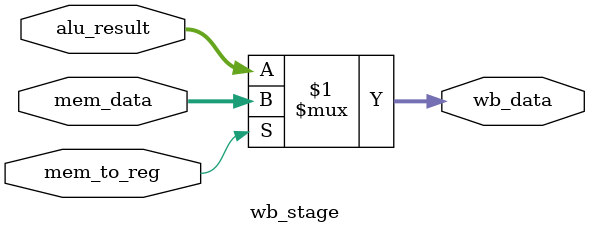
<source format=v>
module wb_stage (
    input wire [31:0] mem_data,
    input wire [31:0] alu_result,
    input wire mem_to_reg,
    output wire [31:0] wb_data
);

    assign wb_data = mem_to_reg ? mem_data : alu_result;

endmodule
</source>
